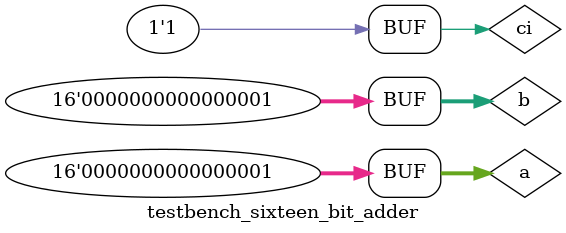
<source format=v>
`timescale 1ns / 1ps


module testbench_sixteen_bit_adder();

    reg [15:0] a;
    reg [15:0] b;
    reg ci;
    wire [15:0] s;
    wire co;
    
    sixteen_bit_adder uut(.a(a), .b(b), .ci(ci), .s(s), .co(co));
    
    initial // initial block executes only once
        begin
            // values for a and b
            a = 'hfffd;
            b = 'h000f;
            ci = 0;
            #5; // wait for period 
            
            a = 1;
            b = 0;
            ci = 0;
            #5; // wait for period 
            
            a = 500;
            b = 20;
            ci = 0;
            #5; // wait for period 
            
            a = 1;
            b = 1;
            ci = 0;
            #5; // wait for period 
            
            a = 1;
            b = 1;
            ci = 1;
            #5; // wait for period 
        end
        
endmodule



</source>
